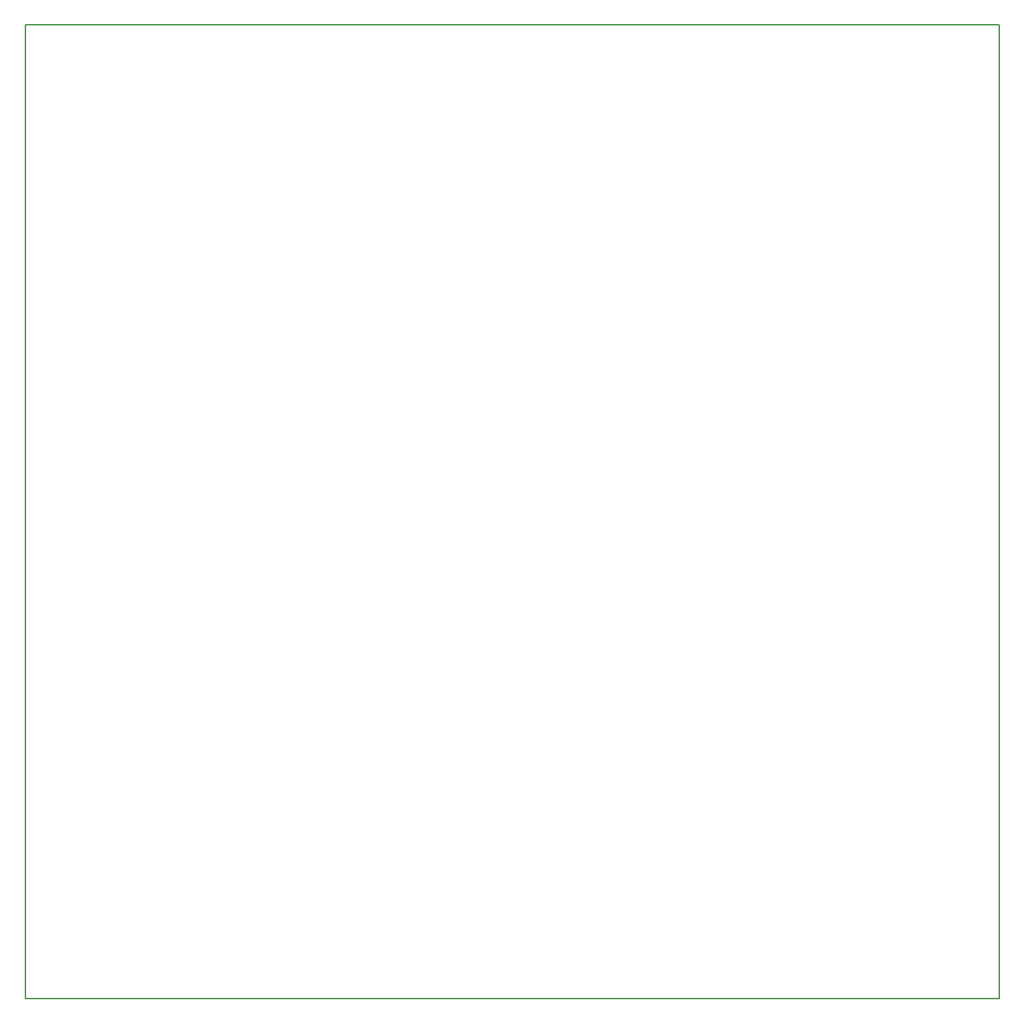
<source format=gbr>
G04 #@! TF.FileFunction,Other,User*
%FSLAX46Y46*%
G04 Gerber Fmt 4.6, Leading zero omitted, Abs format (unit mm)*
G04 Created by KiCad (PCBNEW 4.0.7) date Thursday, 09. August 2018 'u49' 18:49:35*
%MOMM*%
%LPD*%
G01*
G04 APERTURE LIST*
%ADD10C,0.100000*%
%ADD11C,0.150000*%
%ADD12C,0.200000*%
G04 APERTURE END LIST*
D10*
D11*
X80000000Y-150000000D02*
X80000000Y-30000000D01*
X200000000Y-150000000D02*
X80000000Y-150000000D01*
X200000000Y-30000000D02*
X200000000Y-150000000D01*
X80000000Y-30000000D02*
X200000000Y-30000000D01*
D12*
X80000000Y-150000000D02*
X80000000Y-30000000D01*
X200000000Y-150000000D02*
X80000000Y-150000000D01*
X200000000Y-30000000D02*
X200000000Y-150000000D01*
X80000000Y-30000000D02*
X200000000Y-30000000D01*
M02*

</source>
